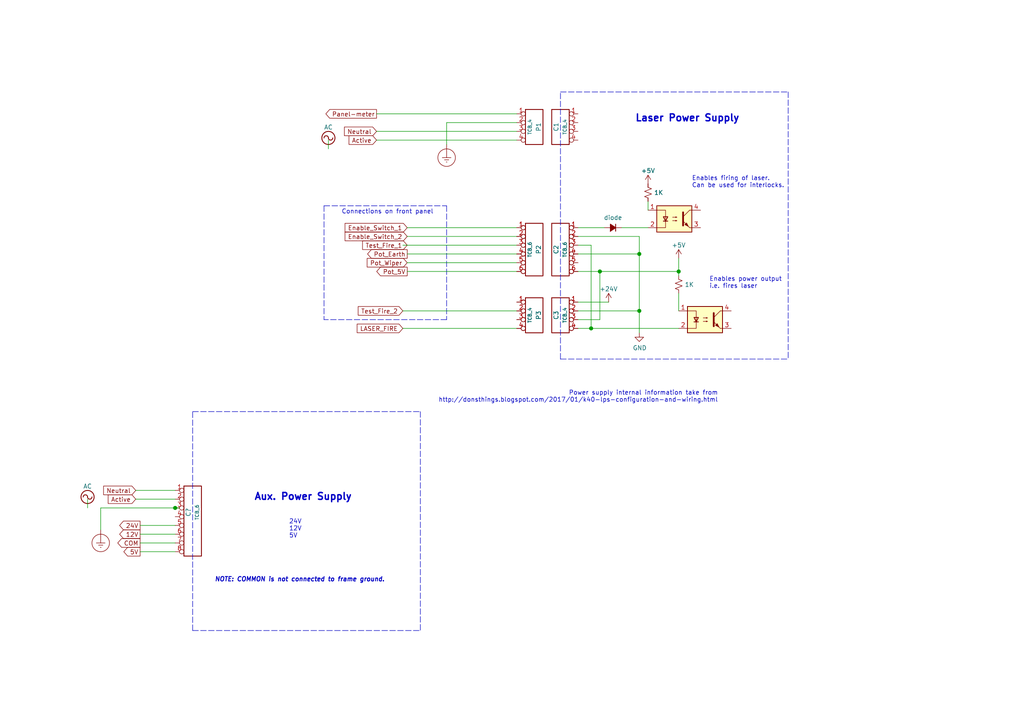
<source format=kicad_sch>
(kicad_sch (version 20210621) (generator eeschema)
  (paper "A4")
  (title_block (title "K40 Laser Power wiring") (date "2021-03-20") (rev "1.0") (company "Hobart Makers") (comment 1 "LPS infor from http://donsthings.blogspot.com/") (comment 2 "Geoff Steer"))
  (lib_symbols
    (symbol "+5V_1" (power) (pin_numbers hide) (pin_names (offset 0) hide)
      (property "Value" "+5V_1" (at 0 3.556 0))
      (symbol "+5V_1_0_1"
        (polyline (pts (xy -0.762 1.27) (xy 0 2.54)))
        (polyline (pts (xy 0 0) (xy 0 2.54)))
        (polyline (pts (xy 0 2.54) (xy 0.762 1.27)))
      )
      (symbol "+5V_1_1_1"
        (pin power_in line (at 0 0 90) (length 0) hide (name "+5V") (number "1"))
      )
    )
    (symbol "Device:D_Small_ALT" (pin_numbers hide) (pin_names (offset 0.254) hide)
      (property "Reference" "D" (at -1.27 2.032 0))
      (property "Value" "D_Small_ALT" (at -3.81 -2.032 0))
      (symbol "D_Small_ALT_0_1"
        (polyline (pts (xy -0.762 -1.016) (xy -0.762 1.016)) (stroke (width 0.254)))
        (polyline (pts (xy -0.762 0) (xy 0.762 0)))
        (polyline (pts (xy 0.762 -1.016) (xy -0.762 0) (xy 0.762 1.016) (xy 0.762 -1.016)) (stroke (width 0.254)) (fill (type outline)))
      )
      (symbol "D_Small_ALT_1_1"
        (pin passive line (at -2.54 0 0) (length 1.778) (name "K") (number "1"))
        (pin passive line (at 2.54 0 180) (length 1.778) (name "A") (number "2"))
      )
    )
    (symbol "Device:R_Small_US" (pin_numbers hide) (pin_names (offset 0.254) hide)
      (property "Reference" "R" (at 0.762 0.508 0))
      (property "Value" "R_Small_US" (at 0.762 -1.016 0))
      (symbol "R_Small_US_1_1"
        (polyline (pts (xy 0 0) (xy 1.016 -0.381) (xy 0 -0.762) (xy -1.016 -1.143) (xy 0 -1.524)))
        (polyline (pts (xy 0 1.524) (xy 1.016 1.143) (xy 0 0.762) (xy -1.016 0.381) (xy 0 0)))
        (pin passive line (at 0 2.54 270) (length 1.016) (name "~") (number "1"))
        (pin passive line (at 0 -2.54 90) (length 1.016) (name "~") (number "2"))
      )
    )
    (symbol "Isolator:PC817" (pin_names (offset 1.016))
      (property "Reference" "U" (at -5.08 5.08 0))
      (property "Value" "PC817" (at 0 5.08 0))
      (symbol "PC817_0_1"
        (rectangle (start -5.08 3.81) (end 5.08 -3.81) (stroke (width 0.254)) (fill (type background)))
        (polyline (pts (xy -3.175 -0.635) (xy -1.905 -0.635)) (stroke (width 0.254)))
        (polyline (pts (xy 2.54 0.635) (xy 4.445 2.54)))
        (polyline (pts (xy 4.445 -2.54) (xy 5.08 -2.54)))
        (polyline (pts (xy 4.445 2.54) (xy 5.08 2.54)))
        (polyline (pts (xy -5.08 2.54) (xy -2.54 2.54) (xy -2.54 -0.635)))
        (polyline (pts (xy -2.54 -0.635) (xy -2.54 -2.54) (xy -5.08 -2.54)))
        (polyline (pts (xy 2.54 1.905) (xy 2.54 -1.905) (xy 2.54 -1.905)) (stroke (width 0.508)))
        (polyline (pts (xy -2.54 -0.635) (xy -3.175 0.635) (xy -1.905 0.635) (xy -2.54 -0.635)) (stroke (width 0.254)))
        (polyline (pts (xy -0.508 -0.508) (xy 0.762 -0.508) (xy 0.381 -0.635) (xy 0.381 -0.381) (xy 0.762 -0.508)))
        (polyline (pts (xy -0.508 0.508) (xy 0.762 0.508) (xy 0.381 0.381) (xy 0.381 0.635) (xy 0.762 0.508)))
        (polyline (pts (xy 4.445 -2.54) (xy 2.54 -0.635)) (fill (type outline)))
        (polyline (pts (xy 3.048 -1.651) (xy 3.556 -1.143) (xy 4.064 -2.159) (xy 3.048 -1.651) (xy 3.048 -1.651)) (fill (type outline)))
      )
      (symbol "PC817_1_1"
        (pin passive line (at -7.62 2.54 0) (length 2.54) (name "~") (number "1"))
        (pin passive line (at -7.62 -2.54 0) (length 2.54) (name "~") (number "2"))
        (pin passive line (at 7.62 -2.54 180) (length 2.54) (name "~") (number "3"))
        (pin passive line (at 7.62 2.54 180) (length 2.54) (name "~") (number "4"))
      )
    )
    (symbol "K40-power-rescue:TCB_4-k40-laser" (pin_names (offset 0.3048) hide)
      (property "Reference" "P" (at -1.27 -12.7 90))
      (property "Value" "TCB_4-k40-laser" (at 1.27 -11.43 90))
      (symbol "TCB_4-k40-laser_0_1"
        (rectangle (start 2.54 -16.51) (end -2.54 -6.35) (stroke (width 0.254)))
        (pin passive inverted (at -5.08 -7.62 0) (length 2.54) (name "P") (number "1"))
      )
      (symbol "TCB_4-k40-laser_1_1"
        (pin passive inverted (at -5.08 -10.16 0) (length 2.54) (name "P") (number "2"))
        (pin passive inverted (at -5.08 -12.7 0) (length 2.54) (name "P") (number "3"))
        (pin passive inverted (at -5.08 -15.24 0) (length 2.54) (name "P") (number "4"))
      )
    )
    (symbol "K40-power-rescue:TCB_6-k40-laser" (pin_names (offset 0.9652) hide)
      (property "Reference" "P" (at -1.27 -2.54 90))
      (property "Value" "TCB_6-k40-laser" (at 1.27 -1.27 90))
      (symbol "TCB_6-k40-laser_0_1"
        (rectangle (start 2.54 -8.89) (end -2.54 6.35) (stroke (width 0.254)))
      )
      (symbol "TCB_6-k40-laser_1_1"
        (pin passive inverted (at -5.08 5.08 0) (length 2.54) (name "P") (number "1"))
        (pin passive inverted (at -5.08 2.54 0) (length 2.54) (name "P") (number "2"))
        (pin passive inverted (at -5.08 0 0) (length 2.54) (name "P") (number "3"))
        (pin passive inverted (at -5.08 -2.54 0) (length 2.54) (name "P") (number "4"))
        (pin passive inverted (at -5.08 -5.08 0) (length 2.54) (name "P") (number "5"))
        (pin passive inverted (at -5.08 -7.62 0) (length 2.54) (name "P") (number "6"))
      )
    )
    (symbol "TCB_6-k40-laser_1" (pin_names (offset 0.9652) hide)
      (property "Reference" "C?" (at -1.27 -1.27 90))
      (property "Value" "TCB_6-k40-laser_1" (at 1.27 -1.27 90))
      (symbol "TCB_6-k40-laser_1_0_1"
        (rectangle (start -2.54 6.35) (end 2.54 -13.97) (stroke (width 0.254)))
      )
      (symbol "TCB_6-k40-laser_1_1_1"
        (pin passive inverted (at -5.08 5.08 0) (length 2.54) (name "P") (number "1"))
        (pin passive inverted (at -5.08 2.54 0) (length 2.54) (name "P") (number "2"))
        (pin passive inverted (at -5.08 0 0) (length 2.54) (name "P") (number "3"))
        (pin passive inverted (at -5.08 -2.54 0) (length 2.54) (name "P") (number "4"))
        (pin passive inverted (at -5.08 -5.08 0) (length 2.54) (name "P") (number "5"))
        (pin passive inverted (at -5.08 -7.62 0) (length 2.54) (name "P") (number "6"))
        (pin passive inverted (at -5.08 -10.16 0) (length 2.54) (name "P") (number "7"))
        (pin passive inverted (at -5.08 -12.7 0) (length 2.54) (name "P") (number "8"))
      )
    )
    (symbol "power:+24V" (power) (pin_numbers hide) (pin_names (offset 0) hide)
      (property "Value" "+24V" (at 0 3.556 0))
      (symbol "+24V_0_1"
        (polyline (pts (xy -0.762 1.27) (xy 0 2.54)))
        (polyline (pts (xy 0 0) (xy 0 2.54)))
        (polyline (pts (xy 0 2.54) (xy 0.762 1.27)))
      )
      (symbol "+24V_1_1"
        (pin power_in line (at 0 0 90) (length 0) hide (name "+24V") (number "1"))
      )
    )
    (symbol "power:+5V" (power) (pin_numbers hide) (pin_names (offset 0) hide)
      (property "Value" "+5V" (at 0 3.556 0))
      (symbol "+5V_0_1"
        (polyline (pts (xy -0.762 1.27) (xy 0 2.54)))
        (polyline (pts (xy 0 0) (xy 0 2.54)))
        (polyline (pts (xy 0 2.54) (xy 0.762 1.27)))
      )
      (symbol "+5V_1_1"
        (pin power_in line (at 0 0 90) (length 0) hide (name "+5V") (number "1"))
      )
    )
    (symbol "power:AC" (power) (pin_numbers hide) (pin_names (offset 0) hide)
      (property "Value" "AC" (at 0 6.2716 0))
      (symbol "AC_0_1"
        (arc (start 0 3.175) (end -1.27 3.175) (radius (at -0.635 3.175) (length 0.635) (angles 0.1 179.9)) (stroke (width 0.254)))
        (arc (start 0 3.175) (end 1.27 3.175) (radius (at 0.635 3.175) (length 0.635) (angles -179.9 -0.1)) (stroke (width 0.254)))
        (circle (center 0 3.175) (radius 1.905) (stroke (width 0.254)))
      )
      (symbol "AC_1_1"
        (pin power_in line (at 0 0 90) (length 0) hide (name "AC") (number "1"))
      )
    )
    (symbol "power:Earth_Protective" (power) (pin_numbers hide) (pin_names (offset 0) hide)
      (symbol "Earth_Protective_0_1"
        (circle (center 0 -3.81) (radius 2.54))
        (polyline (pts (xy -0.635 -4.445) (xy 0.635 -4.445)))
        (polyline (pts (xy -0.127 -5.08) (xy 0.127 -5.08)))
        (polyline (pts (xy 0 -3.81) (xy 0 0)))
        (polyline (pts (xy 1.27 -3.81) (xy -1.27 -3.81)))
      )
      (symbol "Earth_Protective_1_1"
        (pin power_in line (at 0 0 270) (length 0) hide (name "Earth_Protective") (number "1"))
      )
    )
    (symbol "power:GND" (power) (pin_numbers hide) (pin_names (offset 0) hide)
      (property "Value" "GND" (at 0 -3.81 0))
      (symbol "GND_0_1"
        (polyline (pts (xy 0 0) (xy 0 -1.27) (xy 1.27 -1.27) (xy 0 -2.54) (xy -1.27 -1.27) (xy 0 -1.27)))
      )
      (symbol "GND_1_1"
        (pin power_in line (at 0 0 270) (length 0) hide (name "GND") (number "1"))
      )
    )
  )
  (junction (at 50.8 147.32) (diameter 1.016))
  (junction (at 171.45 95.25) (diameter 1.016))
  (junction (at 173.99 78.74) (diameter 1.016))
  (junction (at 185.42 73.66) (diameter 1.016))
  (junction (at 185.42 90.17) (diameter 1.016))
  (junction (at 196.85 78.74) (diameter 1.016))
  (wire (pts (xy 25.4 144.78) (xy 25.4 147.32)))
  (wire (pts (xy 29.21 147.32) (xy 29.21 153.67)))
  (wire (pts (xy 29.21 147.32) (xy 50.8 147.32)))
  (wire (pts (xy 40.64 152.4) (xy 50.8 152.4)))
  (wire (pts (xy 40.64 154.94) (xy 50.8 154.94)))
  (wire (pts (xy 40.64 157.48) (xy 50.8 157.48)))
  (wire (pts (xy 40.64 160.02) (xy 50.8 160.02)))
  (wire (pts (xy 50.8 142.24) (xy 39.37 142.24)))
  (wire (pts (xy 50.8 144.78) (xy 39.37 144.78)))
  (wire (pts (xy 50.8 147.32) (xy 52.07 147.32)))
  (wire (pts (xy 95.25 40.64) (xy 95.25 43.18)))
  (wire (pts (xy 109.22 33.02) (xy 149.86 33.02)))
  (wire (pts (xy 116.84 71.12) (xy 149.86 71.12)))
  (wire (pts (xy 116.84 90.17) (xy 149.86 90.17)))
  (wire (pts (xy 118.11 66.04) (xy 149.86 66.04)))
  (wire (pts (xy 118.11 68.58) (xy 149.86 68.58)))
  (wire (pts (xy 118.11 73.66) (xy 149.86 73.66)))
  (wire (pts (xy 118.11 76.2) (xy 149.86 76.2)))
  (wire (pts (xy 129.54 35.56) (xy 129.54 41.91)))
  (wire (pts (xy 149.86 35.56) (xy 129.54 35.56)))
  (wire (pts (xy 149.86 38.1) (xy 109.22 38.1)))
  (wire (pts (xy 149.86 40.64) (xy 109.22 40.64)))
  (wire (pts (xy 149.86 78.74) (xy 118.11 78.74)))
  (wire (pts (xy 149.86 95.25) (xy 116.84 95.25)))
  (wire (pts (xy 167.64 66.04) (xy 175.26 66.04)))
  (wire (pts (xy 167.64 68.58) (xy 185.42 68.58)))
  (wire (pts (xy 167.64 71.12) (xy 171.45 71.12)))
  (wire (pts (xy 167.64 73.66) (xy 185.42 73.66)))
  (wire (pts (xy 167.64 78.74) (xy 173.99 78.74)))
  (wire (pts (xy 167.64 87.63) (xy 176.53 87.63)))
  (wire (pts (xy 167.64 90.17) (xy 185.42 90.17)))
  (wire (pts (xy 167.64 92.71) (xy 173.99 92.71)))
  (wire (pts (xy 171.45 71.12) (xy 171.45 95.25)))
  (wire (pts (xy 171.45 95.25) (xy 167.64 95.25)))
  (wire (pts (xy 171.45 95.25) (xy 196.85 95.25)))
  (wire (pts (xy 173.99 78.74) (xy 196.85 78.74)))
  (wire (pts (xy 173.99 92.71) (xy 173.99 78.74)))
  (wire (pts (xy 180.34 66.04) (xy 187.96 66.04)))
  (wire (pts (xy 185.42 68.58) (xy 185.42 73.66)))
  (wire (pts (xy 185.42 73.66) (xy 185.42 90.17)))
  (wire (pts (xy 185.42 96.52) (xy 185.42 90.17)))
  (wire (pts (xy 187.96 58.42) (xy 187.96 60.96)))
  (wire (pts (xy 196.85 74.93) (xy 196.85 78.74)))
  (wire (pts (xy 196.85 78.74) (xy 196.85 80.01)))
  (wire (pts (xy 196.85 85.09) (xy 196.85 90.17)))
  (polyline (pts (xy 55.88 119.38) (xy 121.92 119.38)) (stroke (width 0) (type dash)))
  (polyline (pts (xy 55.88 182.88) (xy 55.88 119.38)) (stroke (width 0) (type dash)))
  (polyline (pts (xy 55.88 182.88) (xy 121.92 182.88)) (stroke (width 0) (type dash)))
  (polyline (pts (xy 93.98 59.69) (xy 93.98 92.71)) (stroke (width 0) (type dash)))
  (polyline (pts (xy 93.98 59.69) (xy 129.54 59.69)) (stroke (width 0) (type dash)))
  (polyline (pts (xy 121.92 119.38) (xy 121.92 182.88)) (stroke (width 0) (type dash)))
  (polyline (pts (xy 129.54 59.69) (xy 129.54 92.71)) (stroke (width 0) (type dash)))
  (polyline (pts (xy 129.54 92.71) (xy 93.98 92.71)) (stroke (width 0) (type dash)))
  (polyline (pts (xy 162.56 26.67) (xy 228.6 26.67)) (stroke (width 0) (type dash)))
  (polyline (pts (xy 162.56 104.14) (xy 162.56 26.67)) (stroke (width 0) (type dash)))
  (polyline (pts (xy 162.56 104.14) (xy 228.6 104.14)) (stroke (width 0) (type dash)))
  (polyline (pts (xy 228.6 26.67) (xy 228.6 104.14)) (stroke (width 0) (type dash)))
  (text "NOTE: COMMON is not connected to frame ground." (at 62.23 168.91 0) (effects (font (size 1.27 1.27) (thickness 0.254) bold italic) (justify left bottom)))
  (text "Aux. Power Supply\n\n" (at 73.66 148.59 0) (effects (font (size 2.0066 2.0066) (thickness 0.4013) bold) (justify left bottom)))
  (text "24V\n12V\n5V" (at 83.82 156.21 0) (effects (font (size 1.27 1.27)) (justify left bottom)))
  (text "Connections on front panel" (at 99.06 62.23 0) (effects (font (size 1.27 1.27)) (justify left bottom)))
  (text "Laser Power Supply" (at 184.15 35.56 0) (effects (font (size 2.0066 2.0066) (thickness 0.4013) bold) (justify left bottom)))
  (text "Enables firing of laser. \nCan be used for interlocks." (at 200.66 54.61 0) (effects (font (size 1.27 1.27)) (justify left bottom)))
  (text "Enables power output \ni.e. fires laser" (at 205.74 83.82 0) (effects (font (size 1.27 1.27)) (justify left bottom)))
  (text "Power supply internal information take from\nhttp://donsthings.blogspot.com/2017/01/k40-lps-configuration-and-wiring.html" (at 208.28 116.84 0) (effects (font (size 1.27 1.27)) (justify right bottom)))
  (global_label "Neutral" (shape input) (at 39.37 142.24 180) (property "Intersheet References" "${INTERSHEET_REFS}" (effects hide)))
  (global_label "Active" (shape input) (at 39.37 144.78 180) (property "Intersheet References" "${INTERSHEET_REFS}" (effects hide)))
  (global_label "24V" (shape output) (at 40.64 152.4 180) (property "Intersheet References" "${INTERSHEET_REFS}" (effects hide)))
  (global_label "12V" (shape output) (at 40.64 154.94 180) (property "Intersheet References" "${INTERSHEET_REFS}" (effects hide)))
  (global_label "COM" (shape output) (at 40.64 157.48 180) (property "Intersheet References" "${INTERSHEET_REFS}" (effects hide)))
  (global_label "5V" (shape output) (at 40.64 160.02 180) (property "Intersheet References" "${INTERSHEET_REFS}" (effects hide)))
  (global_label "Panel-meter" (shape output) (at 109.22 33.02 180) (property "Intersheet References" "${INTERSHEET_REFS}" (effects hide)))
  (global_label "Neutral" (shape input) (at 109.22 38.1 180) (property "Intersheet References" "${INTERSHEET_REFS}" (effects hide)))
  (global_label "Active" (shape input) (at 109.22 40.64 180) (property "Intersheet References" "${INTERSHEET_REFS}" (effects hide)))
  (global_label "Test_Fire_2" (shape input) (at 116.84 90.17 180) (property "Intersheet References" "${INTERSHEET_REFS}" (effects hide)))
  (global_label "LASER_FIRE" (shape input) (at 116.84 95.25 180) (property "Intersheet References" "${INTERSHEET_REFS}" (effects hide)))
  (global_label "Enable_Switch_1" (shape input) (at 118.11 66.04 180) (property "Intersheet References" "${INTERSHEET_REFS}" (effects hide)))
  (global_label "Enable_Switch_2" (shape input) (at 118.11 68.58 180) (property "Intersheet References" "${INTERSHEET_REFS}" (effects hide)))
  (global_label "Test_Fire_1" (shape input) (at 118.11 71.12 180) (property "Intersheet References" "${INTERSHEET_REFS}" (effects hide)))
  (global_label "Pot_Earth" (shape output) (at 118.11 73.66 180) (property "Intersheet References" "${INTERSHEET_REFS}" (effects hide)))
  (global_label "Pot_Wiper" (shape input) (at 118.11 76.2 180) (property "Intersheet References" "${INTERSHEET_REFS}" (effects hide)))
  (global_label "Pot_5V" (shape output) (at 118.11 78.74 180) (property "Intersheet References" "${INTERSHEET_REFS}" (effects hide)))
  (symbol (lib_id "power:+24V") (at 176.53 87.63 0) (unit 1)
    (property "Reference" "#PWR?" (effects hide))
    (property "Value" "+24V" (at 176.53 83.82 0))
  )
  (symbol (lib_name "+5V_1") (lib_id "power:+5V") (at 187.96 53.34 0) (unit 1)
    (property "Reference" "#PWR?" (effects hide))
    (property "Value" "+5V" (at 187.96 49.53 0))
  )
  (symbol (lib_id "power:+5V") (at 196.85 74.93 0) (unit 1)
    (property "Reference" "#PWR?" (effects hide))
    (property "Value" "+5V" (at 196.85 71.12 0))
  )
  (symbol (lib_id "power:GND") (at 185.42 96.52 0) (unit 1)
    (property "Reference" "#PWR?" (effects hide))
    (property "Value" "GND" (at 185.547 100.9142 0))
  )
  (symbol (lib_id "Device:R_Small_US") (at 187.96 55.88 0) (unit 1)
    (property "Reference" "R1" (effects hide))
    (property "Value" "1K" (at 189.6872 55.88 0) (effects (justify left)))
  )
  (symbol (lib_id "Device:R_Small_US") (at 196.85 82.55 0) (unit 1)
    (property "Reference" "R?" (effects hide))
    (property "Value" "1K" (at 198.5772 82.55 0) (effects (justify left)))
  )
  (symbol (lib_id "Device:D_Small_ALT") (at 177.8 66.04 0) (mirror y) (unit 1)
    (property "Reference" "D1" (effects hide))
    (property "Value" "diode" (at 177.8 63.119 0))
  )
  (symbol (lib_id "power:AC") (at 25.4 147.32 0) (unit 1)
    (property "Reference" "#PWR?" (effects hide))
    (property "Value" "AC" (at 25.4 141.0484 0))
  )
  (symbol (lib_id "power:AC") (at 95.25 43.18 0) (unit 1)
    (property "Reference" "#PWR?" (effects hide))
    (property "Value" "AC" (at 95.25 36.9084 0))
  )
  (symbol (lib_id "power:Earth_Protective") (at 29.21 153.67 0) (unit 1)
    (property "Reference" "#PWR?" (effects hide))
    (property "Value" "Earth_Protective" (effects hide))
  )
  (symbol (lib_id "power:Earth_Protective") (at 129.54 41.91 0) (unit 1)
    (property "Reference" "#PWR?" (effects hide))
    (property "Value" "Earth_Protective" (effects hide))
  )
  (symbol (lib_id "K40-power-rescue:TCB_4-k40-laser") (at 154.94 25.4 0) (unit 1)
    (property "Reference" "P1" (at 156.21 36.83 90))
    (property "Value" "TCB_4" (at 153.67 36.83 90) (effects (font (size 0.9906 0.9906))))
  )
  (symbol (lib_id "K40-power-rescue:TCB_4-k40-laser") (at 154.94 80.01 0) (unit 1)
    (property "Reference" "P3" (at 156.21 91.44 90))
    (property "Value" "TCB_4" (at 153.67 91.44 90) (effects (font (size 0.9906 0.9906))))
  )
  (symbol (lib_id "K40-power-rescue:TCB_4-k40-laser") (at 162.56 25.4 0) (mirror y) (unit 1)
    (property "Reference" "C1" (at 161.29 36.83 90))
    (property "Value" "TCB_4" (at 163.83 36.83 90) (effects (font (size 0.9906 0.9906))))
  )
  (symbol (lib_id "K40-power-rescue:TCB_4-k40-laser") (at 162.56 80.01 0) (mirror y) (unit 1)
    (property "Reference" "C3" (at 161.29 91.44 90))
    (property "Value" "TCB_4" (at 163.83 91.44 90) (effects (font (size 0.9906 0.9906))))
  )
  (symbol (lib_id "K40-power-rescue:TCB_6-k40-laser") (at 154.94 71.12 0) (unit 1)
    (property "Reference" "P2" (at 156.21 72.39 90))
    (property "Value" "TCB_6" (at 153.67 72.39 90) (effects (font (size 0.9906 0.9906))))
  )
  (symbol (lib_id "K40-power-rescue:TCB_6-k40-laser") (at 162.56 71.12 0) (mirror y) (unit 1)
    (property "Reference" "C2" (at 161.29 72.39 90))
    (property "Value" "TCB_6" (at 163.83 72.39 90) (effects (font (size 0.9906 0.9906))))
  )
  (symbol (lib_id "Isolator:PC817") (at 195.58 63.5 0) (unit 1)
    (property "Reference" "U?" (effects hide))
    (property "Value" "PC817" (effects hide))
    (property "Footprint" "Package_DIP:DIP-4_W7.62mm" (effects hide))
    (property "Datasheet" "http://www.soselectronic.cz/a_info/resource/d/pc817.pdf" (effects hide))
  )
  (symbol (lib_id "Isolator:PC817") (at 204.47 92.71 0) (unit 1)
    (property "Reference" "U?" (effects hide))
    (property "Value" "PC817" (effects hide))
    (property "Footprint" "Package_DIP:DIP-4_W7.62mm" (effects hide))
    (property "Datasheet" "http://www.soselectronic.cz/a_info/resource/d/pc817.pdf" (effects hide))
  )
  (symbol (lib_name "TCB_6-k40-laser_1") (lib_id "K40-power-rescue:TCB_6-k40-laser") (at 55.88 147.32 0) (unit 1)
    (property "Reference" "C?" (at 54.61 148.59 90))
    (property "Value" "TCB_6" (at 57.15 148.59 90) (effects (font (size 0.9906 0.9906))))
  )
)
</source>
